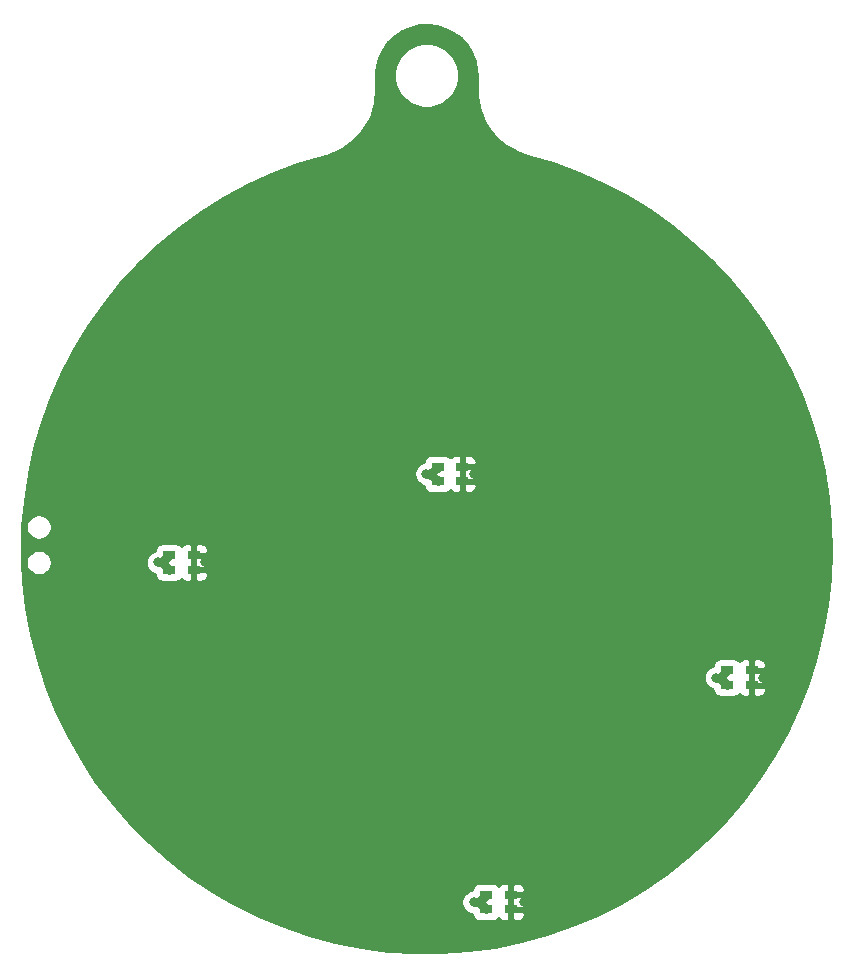
<source format=gbr>
%TF.GenerationSoftware,KiCad,Pcbnew,(5.1.10)-1*%
%TF.CreationDate,2021-10-20T09:15:12+02:00*%
%TF.ProjectId,TVZ_kuglica,54565a5f-6b75-4676-9c69-63612e6b6963,rev?*%
%TF.SameCoordinates,Original*%
%TF.FileFunction,Copper,L1,Top*%
%TF.FilePolarity,Positive*%
%FSLAX46Y46*%
G04 Gerber Fmt 4.6, Leading zero omitted, Abs format (unit mm)*
G04 Created by KiCad (PCBNEW (5.1.10)-1) date 2021-10-20 09:15:12*
%MOMM*%
%LPD*%
G01*
G04 APERTURE LIST*
%TA.AperFunction,SMDPad,CuDef*%
%ADD10R,1.100000X0.750000*%
%TD*%
%TA.AperFunction,ViaPad*%
%ADD11C,0.800000*%
%TD*%
%TA.AperFunction,Conductor*%
%ADD12C,0.762000*%
%TD*%
%TA.AperFunction,Conductor*%
%ADD13C,0.254000*%
%TD*%
%TA.AperFunction,Conductor*%
%ADD14C,0.100000*%
%TD*%
G04 APERTURE END LIST*
D10*
%TO.P,D6,2*%
%TO.N,GND*%
X117300000Y-101875000D03*
%TO.P,D6,1*%
%TO.N,Net-(D6-Pad1)*%
X115200000Y-101875000D03*
%TO.P,D6,2*%
%TO.N,GND*%
X117300000Y-100625000D03*
%TO.P,D6,1*%
%TO.N,Net-(D6-Pad1)*%
X115200000Y-100625000D03*
%TD*%
%TO.P,D8,2*%
%TO.N,GND*%
X164550000Y-111625000D03*
%TO.P,D8,1*%
%TO.N,Net-(D8-Pad1)*%
X162450000Y-111625000D03*
%TO.P,D8,2*%
%TO.N,GND*%
X164550000Y-110375000D03*
%TO.P,D8,1*%
%TO.N,Net-(D8-Pad1)*%
X162450000Y-110375000D03*
%TD*%
%TO.P,D12,1*%
%TO.N,Net-(D12-Pad1)*%
X137950000Y-93125000D03*
%TO.P,D12,2*%
%TO.N,GND*%
X140050000Y-93125000D03*
%TO.P,D12,1*%
%TO.N,Net-(D12-Pad1)*%
X137950000Y-94375000D03*
%TO.P,D12,2*%
%TO.N,GND*%
X140050000Y-94375000D03*
%TD*%
%TO.P,D7,1*%
%TO.N,Net-(D7-Pad1)*%
X142050000Y-129375000D03*
%TO.P,D7,2*%
%TO.N,GND*%
X144150000Y-129375000D03*
%TO.P,D7,1*%
%TO.N,Net-(D7-Pad1)*%
X142050000Y-130625000D03*
%TO.P,D7,2*%
%TO.N,GND*%
X144150000Y-130625000D03*
%TD*%
D11*
%TO.N,GND*%
X156750000Y-74500000D03*
X157500000Y-90250000D03*
X138250000Y-88250000D03*
X139500000Y-73250000D03*
X122500000Y-74500000D03*
X122500000Y-86500000D03*
X110250000Y-88000000D03*
X117500000Y-96750000D03*
X124000000Y-100500000D03*
X115750000Y-110500000D03*
X129750000Y-113750000D03*
X150000000Y-102750000D03*
X155250000Y-115000000D03*
X165500000Y-104500000D03*
X155500000Y-124250000D03*
X149000000Y-131000000D03*
X128500000Y-125000000D03*
X120750000Y-128500000D03*
X165500000Y-111000000D03*
X145250000Y-130000000D03*
X141000000Y-93750000D03*
X118250000Y-101250000D03*
%TO.N,Net-(D6-Pad1)*%
X114250000Y-101250000D03*
%TO.N,Net-(D8-Pad1)*%
X161500000Y-111000000D03*
%TO.N,Net-(D12-Pad1)*%
X137000000Y-93750000D03*
%TO.N,Net-(D7-Pad1)*%
X141000000Y-130000000D03*
%TD*%
D12*
%TO.N,Net-(D6-Pad1)*%
X114575000Y-101250000D02*
X115200000Y-100625000D01*
X114575000Y-101250000D02*
X115200000Y-101875000D01*
X114250000Y-101250000D02*
X114575000Y-101250000D01*
%TO.N,Net-(D8-Pad1)*%
X161825000Y-111000000D02*
X162450000Y-110375000D01*
X161825000Y-111000000D02*
X162450000Y-111625000D01*
X161500000Y-111000000D02*
X161825000Y-111000000D01*
%TO.N,Net-(D12-Pad1)*%
X137325000Y-93750000D02*
X137950000Y-93125000D01*
X137325000Y-93750000D02*
X137950000Y-94375000D01*
X137000000Y-93750000D02*
X137325000Y-93750000D01*
%TO.N,Net-(D7-Pad1)*%
X141425000Y-130000000D02*
X142050000Y-129375000D01*
X141425000Y-130000000D02*
X142050000Y-130625000D01*
X141000000Y-130000000D02*
X141425000Y-130000000D01*
%TD*%
D13*
%TO.N,GND*%
X137886138Y-55831059D02*
X138610388Y-56053867D01*
X139283738Y-56401409D01*
X139884901Y-56862699D01*
X140394872Y-57423149D01*
X140797540Y-58065057D01*
X141080170Y-58768122D01*
X141236190Y-59521513D01*
X141265000Y-60021169D01*
X141265001Y-61306272D01*
X141266298Y-61319440D01*
X141278413Y-61656049D01*
X141278863Y-61659632D01*
X141278707Y-61663242D01*
X141287438Y-61747410D01*
X141429908Y-62624862D01*
X141435629Y-62647269D01*
X141438736Y-62670183D01*
X141462234Y-62751474D01*
X141757835Y-63589830D01*
X141767433Y-63610870D01*
X141774549Y-63632871D01*
X141812059Y-63708691D01*
X141812071Y-63708717D01*
X141812077Y-63708725D01*
X142251461Y-64481476D01*
X142264630Y-64500478D01*
X142275533Y-64520879D01*
X142325894Y-64588881D01*
X142895182Y-65271616D01*
X142911512Y-65287990D01*
X142925851Y-65306132D01*
X142987458Y-65364142D01*
X143668651Y-65935276D01*
X143687625Y-65948502D01*
X143704950Y-65963817D01*
X143775855Y-66010000D01*
X144547423Y-66451478D01*
X144568436Y-66461133D01*
X144588200Y-66473139D01*
X144666163Y-66506036D01*
X145503715Y-66803905D01*
X145508021Y-66805017D01*
X145525587Y-66811299D01*
X145542755Y-66816572D01*
X147746053Y-67464098D01*
X149878711Y-68247813D01*
X151954729Y-69171140D01*
X153965017Y-70230036D01*
X155900673Y-71419812D01*
X157753239Y-72735268D01*
X159514561Y-74170616D01*
X161176886Y-75719540D01*
X162732884Y-77375207D01*
X164175738Y-79130360D01*
X165499106Y-80977290D01*
X166697162Y-82907865D01*
X167764630Y-84913581D01*
X168696830Y-86985643D01*
X169489658Y-89114933D01*
X170139624Y-91292080D01*
X170643873Y-93507517D01*
X171000188Y-95751501D01*
X171207004Y-98014175D01*
X171263407Y-100285560D01*
X171169153Y-102555700D01*
X170924654Y-104814605D01*
X170530986Y-107052337D01*
X169989882Y-109259064D01*
X169303718Y-111425077D01*
X168475512Y-113540851D01*
X167508906Y-115597090D01*
X166408155Y-117584736D01*
X165178083Y-119495080D01*
X163824120Y-121319689D01*
X162352204Y-123050560D01*
X160768823Y-124680064D01*
X159080926Y-126201055D01*
X157295931Y-127606843D01*
X155421695Y-128891239D01*
X153466456Y-130048599D01*
X151438820Y-131073832D01*
X149347702Y-131962428D01*
X147202263Y-132710493D01*
X145011999Y-133314718D01*
X142786467Y-133772464D01*
X140535523Y-134081705D01*
X138269022Y-134241089D01*
X135996953Y-134249911D01*
X133729262Y-134108134D01*
X131475992Y-133816385D01*
X129246983Y-133375938D01*
X127052076Y-132788738D01*
X124900917Y-132057366D01*
X122802939Y-131185029D01*
X120767401Y-130175574D01*
X120290156Y-129898061D01*
X139965000Y-129898061D01*
X139965000Y-130101939D01*
X140004774Y-130301898D01*
X140082795Y-130490256D01*
X140196063Y-130659774D01*
X140340226Y-130803937D01*
X140509744Y-130917205D01*
X140698102Y-130995226D01*
X140864722Y-131028369D01*
X140874188Y-131124482D01*
X140910498Y-131244180D01*
X140969463Y-131354494D01*
X141048815Y-131451185D01*
X141145506Y-131530537D01*
X141255820Y-131589502D01*
X141375518Y-131625812D01*
X141500000Y-131638072D01*
X141970375Y-131638072D01*
X142049999Y-131645914D01*
X142129623Y-131638072D01*
X142600000Y-131638072D01*
X142724482Y-131625812D01*
X142844180Y-131589502D01*
X142954494Y-131530537D01*
X143051185Y-131451185D01*
X143100000Y-131391704D01*
X143148815Y-131451185D01*
X143245506Y-131530537D01*
X143355820Y-131589502D01*
X143475518Y-131625812D01*
X143600000Y-131638072D01*
X143864250Y-131635000D01*
X144023000Y-131476250D01*
X144023000Y-130752000D01*
X144277000Y-130752000D01*
X144277000Y-131476250D01*
X144435750Y-131635000D01*
X144700000Y-131638072D01*
X144824482Y-131625812D01*
X144944180Y-131589502D01*
X145054494Y-131530537D01*
X145151185Y-131451185D01*
X145230537Y-131354494D01*
X145289502Y-131244180D01*
X145325812Y-131124482D01*
X145338072Y-131000000D01*
X145335000Y-130910750D01*
X145176250Y-130752000D01*
X144277000Y-130752000D01*
X144023000Y-130752000D01*
X144003000Y-130752000D01*
X144003000Y-130498000D01*
X144023000Y-130498000D01*
X144023000Y-129502000D01*
X144277000Y-129502000D01*
X144277000Y-130498000D01*
X145176250Y-130498000D01*
X145335000Y-130339250D01*
X145338072Y-130250000D01*
X145325812Y-130125518D01*
X145289502Y-130005820D01*
X145286391Y-130000000D01*
X145289502Y-129994180D01*
X145325812Y-129874482D01*
X145338072Y-129750000D01*
X145335000Y-129660750D01*
X145176250Y-129502000D01*
X144277000Y-129502000D01*
X144023000Y-129502000D01*
X144003000Y-129502000D01*
X144003000Y-129248000D01*
X144023000Y-129248000D01*
X144023000Y-128523750D01*
X144277000Y-128523750D01*
X144277000Y-129248000D01*
X145176250Y-129248000D01*
X145335000Y-129089250D01*
X145338072Y-129000000D01*
X145325812Y-128875518D01*
X145289502Y-128755820D01*
X145230537Y-128645506D01*
X145151185Y-128548815D01*
X145054494Y-128469463D01*
X144944180Y-128410498D01*
X144824482Y-128374188D01*
X144700000Y-128361928D01*
X144435750Y-128365000D01*
X144277000Y-128523750D01*
X144023000Y-128523750D01*
X143864250Y-128365000D01*
X143600000Y-128361928D01*
X143475518Y-128374188D01*
X143355820Y-128410498D01*
X143245506Y-128469463D01*
X143148815Y-128548815D01*
X143100000Y-128608296D01*
X143051185Y-128548815D01*
X142954494Y-128469463D01*
X142844180Y-128410498D01*
X142724482Y-128374188D01*
X142600000Y-128361928D01*
X142129623Y-128361928D01*
X142049999Y-128354086D01*
X141970375Y-128361928D01*
X141500000Y-128361928D01*
X141375518Y-128374188D01*
X141255820Y-128410498D01*
X141145506Y-128469463D01*
X141048815Y-128548815D01*
X140969463Y-128645506D01*
X140910498Y-128755820D01*
X140874188Y-128875518D01*
X140864722Y-128971631D01*
X140698102Y-129004774D01*
X140509744Y-129082795D01*
X140340226Y-129196063D01*
X140196063Y-129340226D01*
X140082795Y-129509744D01*
X140004774Y-129698102D01*
X139965000Y-129898061D01*
X120290156Y-129898061D01*
X118803237Y-129033435D01*
X116919085Y-127763634D01*
X115123223Y-126371749D01*
X113423564Y-124863914D01*
X111827572Y-123246751D01*
X110342263Y-121527368D01*
X108974171Y-119713331D01*
X107729304Y-117812605D01*
X106613144Y-115833557D01*
X105630601Y-113784897D01*
X104785986Y-111675609D01*
X104533009Y-110898061D01*
X160465000Y-110898061D01*
X160465000Y-111101939D01*
X160504774Y-111301898D01*
X160582795Y-111490256D01*
X160696063Y-111659774D01*
X160840226Y-111803937D01*
X161009744Y-111917205D01*
X161198102Y-111995226D01*
X161262724Y-112008080D01*
X161274188Y-112124482D01*
X161310498Y-112244180D01*
X161369463Y-112354494D01*
X161448815Y-112451185D01*
X161545506Y-112530537D01*
X161655820Y-112589502D01*
X161775518Y-112625812D01*
X161900000Y-112638072D01*
X162370375Y-112638072D01*
X162449999Y-112645914D01*
X162529623Y-112638072D01*
X163000000Y-112638072D01*
X163124482Y-112625812D01*
X163244180Y-112589502D01*
X163354494Y-112530537D01*
X163451185Y-112451185D01*
X163500000Y-112391704D01*
X163548815Y-112451185D01*
X163645506Y-112530537D01*
X163755820Y-112589502D01*
X163875518Y-112625812D01*
X164000000Y-112638072D01*
X164264250Y-112635000D01*
X164423000Y-112476250D01*
X164423000Y-111752000D01*
X164677000Y-111752000D01*
X164677000Y-112476250D01*
X164835750Y-112635000D01*
X165100000Y-112638072D01*
X165224482Y-112625812D01*
X165344180Y-112589502D01*
X165454494Y-112530537D01*
X165551185Y-112451185D01*
X165630537Y-112354494D01*
X165689502Y-112244180D01*
X165725812Y-112124482D01*
X165738072Y-112000000D01*
X165735000Y-111910750D01*
X165576250Y-111752000D01*
X164677000Y-111752000D01*
X164423000Y-111752000D01*
X164403000Y-111752000D01*
X164403000Y-111498000D01*
X164423000Y-111498000D01*
X164423000Y-110502000D01*
X164677000Y-110502000D01*
X164677000Y-111498000D01*
X165576250Y-111498000D01*
X165735000Y-111339250D01*
X165738072Y-111250000D01*
X165725812Y-111125518D01*
X165689502Y-111005820D01*
X165686391Y-111000000D01*
X165689502Y-110994180D01*
X165725812Y-110874482D01*
X165738072Y-110750000D01*
X165735000Y-110660750D01*
X165576250Y-110502000D01*
X164677000Y-110502000D01*
X164423000Y-110502000D01*
X164403000Y-110502000D01*
X164403000Y-110248000D01*
X164423000Y-110248000D01*
X164423000Y-109523750D01*
X164677000Y-109523750D01*
X164677000Y-110248000D01*
X165576250Y-110248000D01*
X165735000Y-110089250D01*
X165738072Y-110000000D01*
X165725812Y-109875518D01*
X165689502Y-109755820D01*
X165630537Y-109645506D01*
X165551185Y-109548815D01*
X165454494Y-109469463D01*
X165344180Y-109410498D01*
X165224482Y-109374188D01*
X165100000Y-109361928D01*
X164835750Y-109365000D01*
X164677000Y-109523750D01*
X164423000Y-109523750D01*
X164264250Y-109365000D01*
X164000000Y-109361928D01*
X163875518Y-109374188D01*
X163755820Y-109410498D01*
X163645506Y-109469463D01*
X163548815Y-109548815D01*
X163500000Y-109608296D01*
X163451185Y-109548815D01*
X163354494Y-109469463D01*
X163244180Y-109410498D01*
X163124482Y-109374188D01*
X163000000Y-109361928D01*
X162529623Y-109361928D01*
X162449999Y-109354086D01*
X162370375Y-109361928D01*
X161900000Y-109361928D01*
X161775518Y-109374188D01*
X161655820Y-109410498D01*
X161545506Y-109469463D01*
X161448815Y-109548815D01*
X161369463Y-109645506D01*
X161310498Y-109755820D01*
X161274188Y-109875518D01*
X161262724Y-109991920D01*
X161198102Y-110004774D01*
X161009744Y-110082795D01*
X160840226Y-110196063D01*
X160696063Y-110340226D01*
X160582795Y-110509744D01*
X160504774Y-110698102D01*
X160465000Y-110898061D01*
X104533009Y-110898061D01*
X104083026Y-109515005D01*
X103524797Y-107312547D01*
X103113763Y-105077935D01*
X102851726Y-102820985D01*
X102769006Y-101143137D01*
X103085000Y-101143137D01*
X103085000Y-101356863D01*
X103126696Y-101566483D01*
X103208485Y-101763940D01*
X103327225Y-101941647D01*
X103478353Y-102092775D01*
X103656060Y-102211515D01*
X103853517Y-102293304D01*
X104063137Y-102335000D01*
X104276863Y-102335000D01*
X104486483Y-102293304D01*
X104683940Y-102211515D01*
X104861647Y-102092775D01*
X105012775Y-101941647D01*
X105131515Y-101763940D01*
X105213304Y-101566483D01*
X105255000Y-101356863D01*
X105255000Y-101148061D01*
X113215000Y-101148061D01*
X113215000Y-101351939D01*
X113254774Y-101551898D01*
X113332795Y-101740256D01*
X113446063Y-101909774D01*
X113590226Y-102053937D01*
X113759744Y-102167205D01*
X113948102Y-102245226D01*
X114012724Y-102258080D01*
X114024188Y-102374482D01*
X114060498Y-102494180D01*
X114119463Y-102604494D01*
X114198815Y-102701185D01*
X114295506Y-102780537D01*
X114405820Y-102839502D01*
X114525518Y-102875812D01*
X114650000Y-102888072D01*
X115120375Y-102888072D01*
X115199999Y-102895914D01*
X115279623Y-102888072D01*
X115750000Y-102888072D01*
X115874482Y-102875812D01*
X115994180Y-102839502D01*
X116104494Y-102780537D01*
X116201185Y-102701185D01*
X116250000Y-102641704D01*
X116298815Y-102701185D01*
X116395506Y-102780537D01*
X116505820Y-102839502D01*
X116625518Y-102875812D01*
X116750000Y-102888072D01*
X117014250Y-102885000D01*
X117173000Y-102726250D01*
X117173000Y-102002000D01*
X117427000Y-102002000D01*
X117427000Y-102726250D01*
X117585750Y-102885000D01*
X117850000Y-102888072D01*
X117974482Y-102875812D01*
X118094180Y-102839502D01*
X118204494Y-102780537D01*
X118301185Y-102701185D01*
X118380537Y-102604494D01*
X118439502Y-102494180D01*
X118475812Y-102374482D01*
X118488072Y-102250000D01*
X118485000Y-102160750D01*
X118326250Y-102002000D01*
X117427000Y-102002000D01*
X117173000Y-102002000D01*
X117153000Y-102002000D01*
X117153000Y-101748000D01*
X117173000Y-101748000D01*
X117173000Y-100752000D01*
X117427000Y-100752000D01*
X117427000Y-101748000D01*
X118326250Y-101748000D01*
X118485000Y-101589250D01*
X118488072Y-101500000D01*
X118475812Y-101375518D01*
X118439502Y-101255820D01*
X118436391Y-101250000D01*
X118439502Y-101244180D01*
X118475812Y-101124482D01*
X118488072Y-101000000D01*
X118485000Y-100910750D01*
X118326250Y-100752000D01*
X117427000Y-100752000D01*
X117173000Y-100752000D01*
X117153000Y-100752000D01*
X117153000Y-100498000D01*
X117173000Y-100498000D01*
X117173000Y-99773750D01*
X117427000Y-99773750D01*
X117427000Y-100498000D01*
X118326250Y-100498000D01*
X118485000Y-100339250D01*
X118488072Y-100250000D01*
X118475812Y-100125518D01*
X118439502Y-100005820D01*
X118380537Y-99895506D01*
X118301185Y-99798815D01*
X118204494Y-99719463D01*
X118094180Y-99660498D01*
X117974482Y-99624188D01*
X117850000Y-99611928D01*
X117585750Y-99615000D01*
X117427000Y-99773750D01*
X117173000Y-99773750D01*
X117014250Y-99615000D01*
X116750000Y-99611928D01*
X116625518Y-99624188D01*
X116505820Y-99660498D01*
X116395506Y-99719463D01*
X116298815Y-99798815D01*
X116250000Y-99858296D01*
X116201185Y-99798815D01*
X116104494Y-99719463D01*
X115994180Y-99660498D01*
X115874482Y-99624188D01*
X115750000Y-99611928D01*
X115279623Y-99611928D01*
X115199999Y-99604086D01*
X115120375Y-99611928D01*
X114650000Y-99611928D01*
X114525518Y-99624188D01*
X114405820Y-99660498D01*
X114295506Y-99719463D01*
X114198815Y-99798815D01*
X114119463Y-99895506D01*
X114060498Y-100005820D01*
X114024188Y-100125518D01*
X114012724Y-100241920D01*
X113948102Y-100254774D01*
X113759744Y-100332795D01*
X113590226Y-100446063D01*
X113446063Y-100590226D01*
X113332795Y-100759744D01*
X113254774Y-100948102D01*
X113215000Y-101148061D01*
X105255000Y-101148061D01*
X105255000Y-101143137D01*
X105213304Y-100933517D01*
X105131515Y-100736060D01*
X105012775Y-100558353D01*
X104861647Y-100407225D01*
X104683940Y-100288485D01*
X104486483Y-100206696D01*
X104276863Y-100165000D01*
X104063137Y-100165000D01*
X103853517Y-100206696D01*
X103656060Y-100288485D01*
X103478353Y-100407225D01*
X103327225Y-100558353D01*
X103208485Y-100736060D01*
X103126696Y-100933517D01*
X103085000Y-101143137D01*
X102769006Y-101143137D01*
X102739845Y-100551658D01*
X102778607Y-98279882D01*
X102790035Y-98143137D01*
X103085000Y-98143137D01*
X103085000Y-98356863D01*
X103126696Y-98566483D01*
X103208485Y-98763940D01*
X103327225Y-98941647D01*
X103478353Y-99092775D01*
X103656060Y-99211515D01*
X103853517Y-99293304D01*
X104063137Y-99335000D01*
X104276863Y-99335000D01*
X104486483Y-99293304D01*
X104683940Y-99211515D01*
X104861647Y-99092775D01*
X105012775Y-98941647D01*
X105131515Y-98763940D01*
X105213304Y-98566483D01*
X105255000Y-98356863D01*
X105255000Y-98143137D01*
X105213304Y-97933517D01*
X105131515Y-97736060D01*
X105012775Y-97558353D01*
X104861647Y-97407225D01*
X104683940Y-97288485D01*
X104486483Y-97206696D01*
X104276863Y-97165000D01*
X104063137Y-97165000D01*
X103853517Y-97206696D01*
X103656060Y-97288485D01*
X103478353Y-97407225D01*
X103327225Y-97558353D01*
X103208485Y-97736060D01*
X103126696Y-97933517D01*
X103085000Y-98143137D01*
X102790035Y-98143137D01*
X102967842Y-96015687D01*
X103306719Y-93768999D01*
X103333259Y-93648061D01*
X135965000Y-93648061D01*
X135965000Y-93851939D01*
X136004774Y-94051898D01*
X136082795Y-94240256D01*
X136196063Y-94409774D01*
X136340226Y-94553937D01*
X136509744Y-94667205D01*
X136698102Y-94745226D01*
X136762724Y-94758080D01*
X136774188Y-94874482D01*
X136810498Y-94994180D01*
X136869463Y-95104494D01*
X136948815Y-95201185D01*
X137045506Y-95280537D01*
X137155820Y-95339502D01*
X137275518Y-95375812D01*
X137400000Y-95388072D01*
X137870375Y-95388072D01*
X137949999Y-95395914D01*
X138029623Y-95388072D01*
X138500000Y-95388072D01*
X138624482Y-95375812D01*
X138744180Y-95339502D01*
X138854494Y-95280537D01*
X138951185Y-95201185D01*
X139000000Y-95141704D01*
X139048815Y-95201185D01*
X139145506Y-95280537D01*
X139255820Y-95339502D01*
X139375518Y-95375812D01*
X139500000Y-95388072D01*
X139764250Y-95385000D01*
X139923000Y-95226250D01*
X139923000Y-94502000D01*
X140177000Y-94502000D01*
X140177000Y-95226250D01*
X140335750Y-95385000D01*
X140600000Y-95388072D01*
X140724482Y-95375812D01*
X140844180Y-95339502D01*
X140954494Y-95280537D01*
X141051185Y-95201185D01*
X141130537Y-95104494D01*
X141189502Y-94994180D01*
X141225812Y-94874482D01*
X141238072Y-94750000D01*
X141235000Y-94660750D01*
X141076250Y-94502000D01*
X140177000Y-94502000D01*
X139923000Y-94502000D01*
X139903000Y-94502000D01*
X139903000Y-94248000D01*
X139923000Y-94248000D01*
X139923000Y-93252000D01*
X140177000Y-93252000D01*
X140177000Y-94248000D01*
X141076250Y-94248000D01*
X141235000Y-94089250D01*
X141238072Y-94000000D01*
X141225812Y-93875518D01*
X141189502Y-93755820D01*
X141186391Y-93750000D01*
X141189502Y-93744180D01*
X141225812Y-93624482D01*
X141238072Y-93500000D01*
X141235000Y-93410750D01*
X141076250Y-93252000D01*
X140177000Y-93252000D01*
X139923000Y-93252000D01*
X139903000Y-93252000D01*
X139903000Y-92998000D01*
X139923000Y-92998000D01*
X139923000Y-92273750D01*
X140177000Y-92273750D01*
X140177000Y-92998000D01*
X141076250Y-92998000D01*
X141235000Y-92839250D01*
X141238072Y-92750000D01*
X141225812Y-92625518D01*
X141189502Y-92505820D01*
X141130537Y-92395506D01*
X141051185Y-92298815D01*
X140954494Y-92219463D01*
X140844180Y-92160498D01*
X140724482Y-92124188D01*
X140600000Y-92111928D01*
X140335750Y-92115000D01*
X140177000Y-92273750D01*
X139923000Y-92273750D01*
X139764250Y-92115000D01*
X139500000Y-92111928D01*
X139375518Y-92124188D01*
X139255820Y-92160498D01*
X139145506Y-92219463D01*
X139048815Y-92298815D01*
X139000000Y-92358296D01*
X138951185Y-92298815D01*
X138854494Y-92219463D01*
X138744180Y-92160498D01*
X138624482Y-92124188D01*
X138500000Y-92111928D01*
X138029623Y-92111928D01*
X137949999Y-92104086D01*
X137870375Y-92111928D01*
X137400000Y-92111928D01*
X137275518Y-92124188D01*
X137155820Y-92160498D01*
X137045506Y-92219463D01*
X136948815Y-92298815D01*
X136869463Y-92395506D01*
X136810498Y-92505820D01*
X136774188Y-92625518D01*
X136762724Y-92741920D01*
X136698102Y-92754774D01*
X136509744Y-92832795D01*
X136340226Y-92946063D01*
X136196063Y-93090226D01*
X136082795Y-93259744D01*
X136004774Y-93448102D01*
X135965000Y-93648061D01*
X103333259Y-93648061D01*
X103793749Y-91549706D01*
X104426782Y-89367594D01*
X105203052Y-87232203D01*
X106119133Y-85152960D01*
X107170992Y-83139015D01*
X108354015Y-81199200D01*
X109663000Y-79342048D01*
X111092189Y-77575730D01*
X112635284Y-75908027D01*
X114285522Y-74346247D01*
X116035631Y-72897273D01*
X117877934Y-71567463D01*
X119804304Y-70362683D01*
X121806298Y-69288211D01*
X123875077Y-68348792D01*
X126001593Y-67548534D01*
X128186747Y-66887862D01*
X128436510Y-66822338D01*
X128452528Y-66817563D01*
X128459226Y-66815987D01*
X128804024Y-66713600D01*
X128807380Y-66712269D01*
X128810916Y-66711517D01*
X128890228Y-66682021D01*
X129704199Y-66324712D01*
X129724464Y-66313571D01*
X129745874Y-66304834D01*
X129818696Y-66261767D01*
X129818710Y-66261759D01*
X129818715Y-66261755D01*
X130556543Y-65765956D01*
X130574511Y-65751406D01*
X130594041Y-65739012D01*
X130658097Y-65683720D01*
X131296470Y-65065093D01*
X131311582Y-65047586D01*
X131328603Y-65031934D01*
X131381840Y-64966192D01*
X131381856Y-64966173D01*
X131381861Y-64966165D01*
X131900590Y-64244277D01*
X131912363Y-64224370D01*
X131926343Y-64205952D01*
X131967109Y-64131800D01*
X132349809Y-63329453D01*
X132357869Y-63307780D01*
X132368369Y-63287173D01*
X132395359Y-63206974D01*
X132629927Y-62349538D01*
X132634022Y-62326778D01*
X132640706Y-62304640D01*
X132653067Y-62220928D01*
X132731782Y-61338949D01*
X132735000Y-61306272D01*
X132735000Y-60032731D01*
X132762021Y-59729963D01*
X134258266Y-59729963D01*
X134258266Y-60270037D01*
X134363629Y-60799734D01*
X134570307Y-61298698D01*
X134870356Y-61747753D01*
X135252247Y-62129644D01*
X135701302Y-62429693D01*
X136200266Y-62636371D01*
X136729963Y-62741734D01*
X137270037Y-62741734D01*
X137799734Y-62636371D01*
X138298698Y-62429693D01*
X138747753Y-62129644D01*
X139129644Y-61747753D01*
X139429693Y-61298698D01*
X139636371Y-60799734D01*
X139741734Y-60270037D01*
X139741734Y-59729963D01*
X139636371Y-59200266D01*
X139429693Y-58701302D01*
X139129644Y-58252247D01*
X138747753Y-57870356D01*
X138298698Y-57570307D01*
X137799734Y-57363629D01*
X137270037Y-57258266D01*
X136729963Y-57258266D01*
X136200266Y-57363629D01*
X135701302Y-57570307D01*
X135252247Y-57870356D01*
X134870356Y-58252247D01*
X134570307Y-58701302D01*
X134363629Y-59200266D01*
X134258266Y-59729963D01*
X132762021Y-59729963D01*
X132805281Y-59245253D01*
X133005231Y-58514357D01*
X133331450Y-57830425D01*
X133773626Y-57215072D01*
X134317789Y-56687741D01*
X134946726Y-56265114D01*
X135640570Y-55960537D01*
X136377386Y-55783643D01*
X137133871Y-55740024D01*
X137886138Y-55831059D01*
%TA.AperFunction,Conductor*%
D14*
G36*
X137886138Y-55831059D02*
G01*
X138610388Y-56053867D01*
X139283738Y-56401409D01*
X139884901Y-56862699D01*
X140394872Y-57423149D01*
X140797540Y-58065057D01*
X141080170Y-58768122D01*
X141236190Y-59521513D01*
X141265000Y-60021169D01*
X141265001Y-61306272D01*
X141266298Y-61319440D01*
X141278413Y-61656049D01*
X141278863Y-61659632D01*
X141278707Y-61663242D01*
X141287438Y-61747410D01*
X141429908Y-62624862D01*
X141435629Y-62647269D01*
X141438736Y-62670183D01*
X141462234Y-62751474D01*
X141757835Y-63589830D01*
X141767433Y-63610870D01*
X141774549Y-63632871D01*
X141812059Y-63708691D01*
X141812071Y-63708717D01*
X141812077Y-63708725D01*
X142251461Y-64481476D01*
X142264630Y-64500478D01*
X142275533Y-64520879D01*
X142325894Y-64588881D01*
X142895182Y-65271616D01*
X142911512Y-65287990D01*
X142925851Y-65306132D01*
X142987458Y-65364142D01*
X143668651Y-65935276D01*
X143687625Y-65948502D01*
X143704950Y-65963817D01*
X143775855Y-66010000D01*
X144547423Y-66451478D01*
X144568436Y-66461133D01*
X144588200Y-66473139D01*
X144666163Y-66506036D01*
X145503715Y-66803905D01*
X145508021Y-66805017D01*
X145525587Y-66811299D01*
X145542755Y-66816572D01*
X147746053Y-67464098D01*
X149878711Y-68247813D01*
X151954729Y-69171140D01*
X153965017Y-70230036D01*
X155900673Y-71419812D01*
X157753239Y-72735268D01*
X159514561Y-74170616D01*
X161176886Y-75719540D01*
X162732884Y-77375207D01*
X164175738Y-79130360D01*
X165499106Y-80977290D01*
X166697162Y-82907865D01*
X167764630Y-84913581D01*
X168696830Y-86985643D01*
X169489658Y-89114933D01*
X170139624Y-91292080D01*
X170643873Y-93507517D01*
X171000188Y-95751501D01*
X171207004Y-98014175D01*
X171263407Y-100285560D01*
X171169153Y-102555700D01*
X170924654Y-104814605D01*
X170530986Y-107052337D01*
X169989882Y-109259064D01*
X169303718Y-111425077D01*
X168475512Y-113540851D01*
X167508906Y-115597090D01*
X166408155Y-117584736D01*
X165178083Y-119495080D01*
X163824120Y-121319689D01*
X162352204Y-123050560D01*
X160768823Y-124680064D01*
X159080926Y-126201055D01*
X157295931Y-127606843D01*
X155421695Y-128891239D01*
X153466456Y-130048599D01*
X151438820Y-131073832D01*
X149347702Y-131962428D01*
X147202263Y-132710493D01*
X145011999Y-133314718D01*
X142786467Y-133772464D01*
X140535523Y-134081705D01*
X138269022Y-134241089D01*
X135996953Y-134249911D01*
X133729262Y-134108134D01*
X131475992Y-133816385D01*
X129246983Y-133375938D01*
X127052076Y-132788738D01*
X124900917Y-132057366D01*
X122802939Y-131185029D01*
X120767401Y-130175574D01*
X120290156Y-129898061D01*
X139965000Y-129898061D01*
X139965000Y-130101939D01*
X140004774Y-130301898D01*
X140082795Y-130490256D01*
X140196063Y-130659774D01*
X140340226Y-130803937D01*
X140509744Y-130917205D01*
X140698102Y-130995226D01*
X140864722Y-131028369D01*
X140874188Y-131124482D01*
X140910498Y-131244180D01*
X140969463Y-131354494D01*
X141048815Y-131451185D01*
X141145506Y-131530537D01*
X141255820Y-131589502D01*
X141375518Y-131625812D01*
X141500000Y-131638072D01*
X141970375Y-131638072D01*
X142049999Y-131645914D01*
X142129623Y-131638072D01*
X142600000Y-131638072D01*
X142724482Y-131625812D01*
X142844180Y-131589502D01*
X142954494Y-131530537D01*
X143051185Y-131451185D01*
X143100000Y-131391704D01*
X143148815Y-131451185D01*
X143245506Y-131530537D01*
X143355820Y-131589502D01*
X143475518Y-131625812D01*
X143600000Y-131638072D01*
X143864250Y-131635000D01*
X144023000Y-131476250D01*
X144023000Y-130752000D01*
X144277000Y-130752000D01*
X144277000Y-131476250D01*
X144435750Y-131635000D01*
X144700000Y-131638072D01*
X144824482Y-131625812D01*
X144944180Y-131589502D01*
X145054494Y-131530537D01*
X145151185Y-131451185D01*
X145230537Y-131354494D01*
X145289502Y-131244180D01*
X145325812Y-131124482D01*
X145338072Y-131000000D01*
X145335000Y-130910750D01*
X145176250Y-130752000D01*
X144277000Y-130752000D01*
X144023000Y-130752000D01*
X144003000Y-130752000D01*
X144003000Y-130498000D01*
X144023000Y-130498000D01*
X144023000Y-129502000D01*
X144277000Y-129502000D01*
X144277000Y-130498000D01*
X145176250Y-130498000D01*
X145335000Y-130339250D01*
X145338072Y-130250000D01*
X145325812Y-130125518D01*
X145289502Y-130005820D01*
X145286391Y-130000000D01*
X145289502Y-129994180D01*
X145325812Y-129874482D01*
X145338072Y-129750000D01*
X145335000Y-129660750D01*
X145176250Y-129502000D01*
X144277000Y-129502000D01*
X144023000Y-129502000D01*
X144003000Y-129502000D01*
X144003000Y-129248000D01*
X144023000Y-129248000D01*
X144023000Y-128523750D01*
X144277000Y-128523750D01*
X144277000Y-129248000D01*
X145176250Y-129248000D01*
X145335000Y-129089250D01*
X145338072Y-129000000D01*
X145325812Y-128875518D01*
X145289502Y-128755820D01*
X145230537Y-128645506D01*
X145151185Y-128548815D01*
X145054494Y-128469463D01*
X144944180Y-128410498D01*
X144824482Y-128374188D01*
X144700000Y-128361928D01*
X144435750Y-128365000D01*
X144277000Y-128523750D01*
X144023000Y-128523750D01*
X143864250Y-128365000D01*
X143600000Y-128361928D01*
X143475518Y-128374188D01*
X143355820Y-128410498D01*
X143245506Y-128469463D01*
X143148815Y-128548815D01*
X143100000Y-128608296D01*
X143051185Y-128548815D01*
X142954494Y-128469463D01*
X142844180Y-128410498D01*
X142724482Y-128374188D01*
X142600000Y-128361928D01*
X142129623Y-128361928D01*
X142049999Y-128354086D01*
X141970375Y-128361928D01*
X141500000Y-128361928D01*
X141375518Y-128374188D01*
X141255820Y-128410498D01*
X141145506Y-128469463D01*
X141048815Y-128548815D01*
X140969463Y-128645506D01*
X140910498Y-128755820D01*
X140874188Y-128875518D01*
X140864722Y-128971631D01*
X140698102Y-129004774D01*
X140509744Y-129082795D01*
X140340226Y-129196063D01*
X140196063Y-129340226D01*
X140082795Y-129509744D01*
X140004774Y-129698102D01*
X139965000Y-129898061D01*
X120290156Y-129898061D01*
X118803237Y-129033435D01*
X116919085Y-127763634D01*
X115123223Y-126371749D01*
X113423564Y-124863914D01*
X111827572Y-123246751D01*
X110342263Y-121527368D01*
X108974171Y-119713331D01*
X107729304Y-117812605D01*
X106613144Y-115833557D01*
X105630601Y-113784897D01*
X104785986Y-111675609D01*
X104533009Y-110898061D01*
X160465000Y-110898061D01*
X160465000Y-111101939D01*
X160504774Y-111301898D01*
X160582795Y-111490256D01*
X160696063Y-111659774D01*
X160840226Y-111803937D01*
X161009744Y-111917205D01*
X161198102Y-111995226D01*
X161262724Y-112008080D01*
X161274188Y-112124482D01*
X161310498Y-112244180D01*
X161369463Y-112354494D01*
X161448815Y-112451185D01*
X161545506Y-112530537D01*
X161655820Y-112589502D01*
X161775518Y-112625812D01*
X161900000Y-112638072D01*
X162370375Y-112638072D01*
X162449999Y-112645914D01*
X162529623Y-112638072D01*
X163000000Y-112638072D01*
X163124482Y-112625812D01*
X163244180Y-112589502D01*
X163354494Y-112530537D01*
X163451185Y-112451185D01*
X163500000Y-112391704D01*
X163548815Y-112451185D01*
X163645506Y-112530537D01*
X163755820Y-112589502D01*
X163875518Y-112625812D01*
X164000000Y-112638072D01*
X164264250Y-112635000D01*
X164423000Y-112476250D01*
X164423000Y-111752000D01*
X164677000Y-111752000D01*
X164677000Y-112476250D01*
X164835750Y-112635000D01*
X165100000Y-112638072D01*
X165224482Y-112625812D01*
X165344180Y-112589502D01*
X165454494Y-112530537D01*
X165551185Y-112451185D01*
X165630537Y-112354494D01*
X165689502Y-112244180D01*
X165725812Y-112124482D01*
X165738072Y-112000000D01*
X165735000Y-111910750D01*
X165576250Y-111752000D01*
X164677000Y-111752000D01*
X164423000Y-111752000D01*
X164403000Y-111752000D01*
X164403000Y-111498000D01*
X164423000Y-111498000D01*
X164423000Y-110502000D01*
X164677000Y-110502000D01*
X164677000Y-111498000D01*
X165576250Y-111498000D01*
X165735000Y-111339250D01*
X165738072Y-111250000D01*
X165725812Y-111125518D01*
X165689502Y-111005820D01*
X165686391Y-111000000D01*
X165689502Y-110994180D01*
X165725812Y-110874482D01*
X165738072Y-110750000D01*
X165735000Y-110660750D01*
X165576250Y-110502000D01*
X164677000Y-110502000D01*
X164423000Y-110502000D01*
X164403000Y-110502000D01*
X164403000Y-110248000D01*
X164423000Y-110248000D01*
X164423000Y-109523750D01*
X164677000Y-109523750D01*
X164677000Y-110248000D01*
X165576250Y-110248000D01*
X165735000Y-110089250D01*
X165738072Y-110000000D01*
X165725812Y-109875518D01*
X165689502Y-109755820D01*
X165630537Y-109645506D01*
X165551185Y-109548815D01*
X165454494Y-109469463D01*
X165344180Y-109410498D01*
X165224482Y-109374188D01*
X165100000Y-109361928D01*
X164835750Y-109365000D01*
X164677000Y-109523750D01*
X164423000Y-109523750D01*
X164264250Y-109365000D01*
X164000000Y-109361928D01*
X163875518Y-109374188D01*
X163755820Y-109410498D01*
X163645506Y-109469463D01*
X163548815Y-109548815D01*
X163500000Y-109608296D01*
X163451185Y-109548815D01*
X163354494Y-109469463D01*
X163244180Y-109410498D01*
X163124482Y-109374188D01*
X163000000Y-109361928D01*
X162529623Y-109361928D01*
X162449999Y-109354086D01*
X162370375Y-109361928D01*
X161900000Y-109361928D01*
X161775518Y-109374188D01*
X161655820Y-109410498D01*
X161545506Y-109469463D01*
X161448815Y-109548815D01*
X161369463Y-109645506D01*
X161310498Y-109755820D01*
X161274188Y-109875518D01*
X161262724Y-109991920D01*
X161198102Y-110004774D01*
X161009744Y-110082795D01*
X160840226Y-110196063D01*
X160696063Y-110340226D01*
X160582795Y-110509744D01*
X160504774Y-110698102D01*
X160465000Y-110898061D01*
X104533009Y-110898061D01*
X104083026Y-109515005D01*
X103524797Y-107312547D01*
X103113763Y-105077935D01*
X102851726Y-102820985D01*
X102769006Y-101143137D01*
X103085000Y-101143137D01*
X103085000Y-101356863D01*
X103126696Y-101566483D01*
X103208485Y-101763940D01*
X103327225Y-101941647D01*
X103478353Y-102092775D01*
X103656060Y-102211515D01*
X103853517Y-102293304D01*
X104063137Y-102335000D01*
X104276863Y-102335000D01*
X104486483Y-102293304D01*
X104683940Y-102211515D01*
X104861647Y-102092775D01*
X105012775Y-101941647D01*
X105131515Y-101763940D01*
X105213304Y-101566483D01*
X105255000Y-101356863D01*
X105255000Y-101148061D01*
X113215000Y-101148061D01*
X113215000Y-101351939D01*
X113254774Y-101551898D01*
X113332795Y-101740256D01*
X113446063Y-101909774D01*
X113590226Y-102053937D01*
X113759744Y-102167205D01*
X113948102Y-102245226D01*
X114012724Y-102258080D01*
X114024188Y-102374482D01*
X114060498Y-102494180D01*
X114119463Y-102604494D01*
X114198815Y-102701185D01*
X114295506Y-102780537D01*
X114405820Y-102839502D01*
X114525518Y-102875812D01*
X114650000Y-102888072D01*
X115120375Y-102888072D01*
X115199999Y-102895914D01*
X115279623Y-102888072D01*
X115750000Y-102888072D01*
X115874482Y-102875812D01*
X115994180Y-102839502D01*
X116104494Y-102780537D01*
X116201185Y-102701185D01*
X116250000Y-102641704D01*
X116298815Y-102701185D01*
X116395506Y-102780537D01*
X116505820Y-102839502D01*
X116625518Y-102875812D01*
X116750000Y-102888072D01*
X117014250Y-102885000D01*
X117173000Y-102726250D01*
X117173000Y-102002000D01*
X117427000Y-102002000D01*
X117427000Y-102726250D01*
X117585750Y-102885000D01*
X117850000Y-102888072D01*
X117974482Y-102875812D01*
X118094180Y-102839502D01*
X118204494Y-102780537D01*
X118301185Y-102701185D01*
X118380537Y-102604494D01*
X118439502Y-102494180D01*
X118475812Y-102374482D01*
X118488072Y-102250000D01*
X118485000Y-102160750D01*
X118326250Y-102002000D01*
X117427000Y-102002000D01*
X117173000Y-102002000D01*
X117153000Y-102002000D01*
X117153000Y-101748000D01*
X117173000Y-101748000D01*
X117173000Y-100752000D01*
X117427000Y-100752000D01*
X117427000Y-101748000D01*
X118326250Y-101748000D01*
X118485000Y-101589250D01*
X118488072Y-101500000D01*
X118475812Y-101375518D01*
X118439502Y-101255820D01*
X118436391Y-101250000D01*
X118439502Y-101244180D01*
X118475812Y-101124482D01*
X118488072Y-101000000D01*
X118485000Y-100910750D01*
X118326250Y-100752000D01*
X117427000Y-100752000D01*
X117173000Y-100752000D01*
X117153000Y-100752000D01*
X117153000Y-100498000D01*
X117173000Y-100498000D01*
X117173000Y-99773750D01*
X117427000Y-99773750D01*
X117427000Y-100498000D01*
X118326250Y-100498000D01*
X118485000Y-100339250D01*
X118488072Y-100250000D01*
X118475812Y-100125518D01*
X118439502Y-100005820D01*
X118380537Y-99895506D01*
X118301185Y-99798815D01*
X118204494Y-99719463D01*
X118094180Y-99660498D01*
X117974482Y-99624188D01*
X117850000Y-99611928D01*
X117585750Y-99615000D01*
X117427000Y-99773750D01*
X117173000Y-99773750D01*
X117014250Y-99615000D01*
X116750000Y-99611928D01*
X116625518Y-99624188D01*
X116505820Y-99660498D01*
X116395506Y-99719463D01*
X116298815Y-99798815D01*
X116250000Y-99858296D01*
X116201185Y-99798815D01*
X116104494Y-99719463D01*
X115994180Y-99660498D01*
X115874482Y-99624188D01*
X115750000Y-99611928D01*
X115279623Y-99611928D01*
X115199999Y-99604086D01*
X115120375Y-99611928D01*
X114650000Y-99611928D01*
X114525518Y-99624188D01*
X114405820Y-99660498D01*
X114295506Y-99719463D01*
X114198815Y-99798815D01*
X114119463Y-99895506D01*
X114060498Y-100005820D01*
X114024188Y-100125518D01*
X114012724Y-100241920D01*
X113948102Y-100254774D01*
X113759744Y-100332795D01*
X113590226Y-100446063D01*
X113446063Y-100590226D01*
X113332795Y-100759744D01*
X113254774Y-100948102D01*
X113215000Y-101148061D01*
X105255000Y-101148061D01*
X105255000Y-101143137D01*
X105213304Y-100933517D01*
X105131515Y-100736060D01*
X105012775Y-100558353D01*
X104861647Y-100407225D01*
X104683940Y-100288485D01*
X104486483Y-100206696D01*
X104276863Y-100165000D01*
X104063137Y-100165000D01*
X103853517Y-100206696D01*
X103656060Y-100288485D01*
X103478353Y-100407225D01*
X103327225Y-100558353D01*
X103208485Y-100736060D01*
X103126696Y-100933517D01*
X103085000Y-101143137D01*
X102769006Y-101143137D01*
X102739845Y-100551658D01*
X102778607Y-98279882D01*
X102790035Y-98143137D01*
X103085000Y-98143137D01*
X103085000Y-98356863D01*
X103126696Y-98566483D01*
X103208485Y-98763940D01*
X103327225Y-98941647D01*
X103478353Y-99092775D01*
X103656060Y-99211515D01*
X103853517Y-99293304D01*
X104063137Y-99335000D01*
X104276863Y-99335000D01*
X104486483Y-99293304D01*
X104683940Y-99211515D01*
X104861647Y-99092775D01*
X105012775Y-98941647D01*
X105131515Y-98763940D01*
X105213304Y-98566483D01*
X105255000Y-98356863D01*
X105255000Y-98143137D01*
X105213304Y-97933517D01*
X105131515Y-97736060D01*
X105012775Y-97558353D01*
X104861647Y-97407225D01*
X104683940Y-97288485D01*
X104486483Y-97206696D01*
X104276863Y-97165000D01*
X104063137Y-97165000D01*
X103853517Y-97206696D01*
X103656060Y-97288485D01*
X103478353Y-97407225D01*
X103327225Y-97558353D01*
X103208485Y-97736060D01*
X103126696Y-97933517D01*
X103085000Y-98143137D01*
X102790035Y-98143137D01*
X102967842Y-96015687D01*
X103306719Y-93768999D01*
X103333259Y-93648061D01*
X135965000Y-93648061D01*
X135965000Y-93851939D01*
X136004774Y-94051898D01*
X136082795Y-94240256D01*
X136196063Y-94409774D01*
X136340226Y-94553937D01*
X136509744Y-94667205D01*
X136698102Y-94745226D01*
X136762724Y-94758080D01*
X136774188Y-94874482D01*
X136810498Y-94994180D01*
X136869463Y-95104494D01*
X136948815Y-95201185D01*
X137045506Y-95280537D01*
X137155820Y-95339502D01*
X137275518Y-95375812D01*
X137400000Y-95388072D01*
X137870375Y-95388072D01*
X137949999Y-95395914D01*
X138029623Y-95388072D01*
X138500000Y-95388072D01*
X138624482Y-95375812D01*
X138744180Y-95339502D01*
X138854494Y-95280537D01*
X138951185Y-95201185D01*
X139000000Y-95141704D01*
X139048815Y-95201185D01*
X139145506Y-95280537D01*
X139255820Y-95339502D01*
X139375518Y-95375812D01*
X139500000Y-95388072D01*
X139764250Y-95385000D01*
X139923000Y-95226250D01*
X139923000Y-94502000D01*
X140177000Y-94502000D01*
X140177000Y-95226250D01*
X140335750Y-95385000D01*
X140600000Y-95388072D01*
X140724482Y-95375812D01*
X140844180Y-95339502D01*
X140954494Y-95280537D01*
X141051185Y-95201185D01*
X141130537Y-95104494D01*
X141189502Y-94994180D01*
X141225812Y-94874482D01*
X141238072Y-94750000D01*
X141235000Y-94660750D01*
X141076250Y-94502000D01*
X140177000Y-94502000D01*
X139923000Y-94502000D01*
X139903000Y-94502000D01*
X139903000Y-94248000D01*
X139923000Y-94248000D01*
X139923000Y-93252000D01*
X140177000Y-93252000D01*
X140177000Y-94248000D01*
X141076250Y-94248000D01*
X141235000Y-94089250D01*
X141238072Y-94000000D01*
X141225812Y-93875518D01*
X141189502Y-93755820D01*
X141186391Y-93750000D01*
X141189502Y-93744180D01*
X141225812Y-93624482D01*
X141238072Y-93500000D01*
X141235000Y-93410750D01*
X141076250Y-93252000D01*
X140177000Y-93252000D01*
X139923000Y-93252000D01*
X139903000Y-93252000D01*
X139903000Y-92998000D01*
X139923000Y-92998000D01*
X139923000Y-92273750D01*
X140177000Y-92273750D01*
X140177000Y-92998000D01*
X141076250Y-92998000D01*
X141235000Y-92839250D01*
X141238072Y-92750000D01*
X141225812Y-92625518D01*
X141189502Y-92505820D01*
X141130537Y-92395506D01*
X141051185Y-92298815D01*
X140954494Y-92219463D01*
X140844180Y-92160498D01*
X140724482Y-92124188D01*
X140600000Y-92111928D01*
X140335750Y-92115000D01*
X140177000Y-92273750D01*
X139923000Y-92273750D01*
X139764250Y-92115000D01*
X139500000Y-92111928D01*
X139375518Y-92124188D01*
X139255820Y-92160498D01*
X139145506Y-92219463D01*
X139048815Y-92298815D01*
X139000000Y-92358296D01*
X138951185Y-92298815D01*
X138854494Y-92219463D01*
X138744180Y-92160498D01*
X138624482Y-92124188D01*
X138500000Y-92111928D01*
X138029623Y-92111928D01*
X137949999Y-92104086D01*
X137870375Y-92111928D01*
X137400000Y-92111928D01*
X137275518Y-92124188D01*
X137155820Y-92160498D01*
X137045506Y-92219463D01*
X136948815Y-92298815D01*
X136869463Y-92395506D01*
X136810498Y-92505820D01*
X136774188Y-92625518D01*
X136762724Y-92741920D01*
X136698102Y-92754774D01*
X136509744Y-92832795D01*
X136340226Y-92946063D01*
X136196063Y-93090226D01*
X136082795Y-93259744D01*
X136004774Y-93448102D01*
X135965000Y-93648061D01*
X103333259Y-93648061D01*
X103793749Y-91549706D01*
X104426782Y-89367594D01*
X105203052Y-87232203D01*
X106119133Y-85152960D01*
X107170992Y-83139015D01*
X108354015Y-81199200D01*
X109663000Y-79342048D01*
X111092189Y-77575730D01*
X112635284Y-75908027D01*
X114285522Y-74346247D01*
X116035631Y-72897273D01*
X117877934Y-71567463D01*
X119804304Y-70362683D01*
X121806298Y-69288211D01*
X123875077Y-68348792D01*
X126001593Y-67548534D01*
X128186747Y-66887862D01*
X128436510Y-66822338D01*
X128452528Y-66817563D01*
X128459226Y-66815987D01*
X128804024Y-66713600D01*
X128807380Y-66712269D01*
X128810916Y-66711517D01*
X128890228Y-66682021D01*
X129704199Y-66324712D01*
X129724464Y-66313571D01*
X129745874Y-66304834D01*
X129818696Y-66261767D01*
X129818710Y-66261759D01*
X129818715Y-66261755D01*
X130556543Y-65765956D01*
X130574511Y-65751406D01*
X130594041Y-65739012D01*
X130658097Y-65683720D01*
X131296470Y-65065093D01*
X131311582Y-65047586D01*
X131328603Y-65031934D01*
X131381840Y-64966192D01*
X131381856Y-64966173D01*
X131381861Y-64966165D01*
X131900590Y-64244277D01*
X131912363Y-64224370D01*
X131926343Y-64205952D01*
X131967109Y-64131800D01*
X132349809Y-63329453D01*
X132357869Y-63307780D01*
X132368369Y-63287173D01*
X132395359Y-63206974D01*
X132629927Y-62349538D01*
X132634022Y-62326778D01*
X132640706Y-62304640D01*
X132653067Y-62220928D01*
X132731782Y-61338949D01*
X132735000Y-61306272D01*
X132735000Y-60032731D01*
X132762021Y-59729963D01*
X134258266Y-59729963D01*
X134258266Y-60270037D01*
X134363629Y-60799734D01*
X134570307Y-61298698D01*
X134870356Y-61747753D01*
X135252247Y-62129644D01*
X135701302Y-62429693D01*
X136200266Y-62636371D01*
X136729963Y-62741734D01*
X137270037Y-62741734D01*
X137799734Y-62636371D01*
X138298698Y-62429693D01*
X138747753Y-62129644D01*
X139129644Y-61747753D01*
X139429693Y-61298698D01*
X139636371Y-60799734D01*
X139741734Y-60270037D01*
X139741734Y-59729963D01*
X139636371Y-59200266D01*
X139429693Y-58701302D01*
X139129644Y-58252247D01*
X138747753Y-57870356D01*
X138298698Y-57570307D01*
X137799734Y-57363629D01*
X137270037Y-57258266D01*
X136729963Y-57258266D01*
X136200266Y-57363629D01*
X135701302Y-57570307D01*
X135252247Y-57870356D01*
X134870356Y-58252247D01*
X134570307Y-58701302D01*
X134363629Y-59200266D01*
X134258266Y-59729963D01*
X132762021Y-59729963D01*
X132805281Y-59245253D01*
X133005231Y-58514357D01*
X133331450Y-57830425D01*
X133773626Y-57215072D01*
X134317789Y-56687741D01*
X134946726Y-56265114D01*
X135640570Y-55960537D01*
X136377386Y-55783643D01*
X137133871Y-55740024D01*
X137886138Y-55831059D01*
G37*
%TD.AperFunction*%
%TD*%
M02*

</source>
